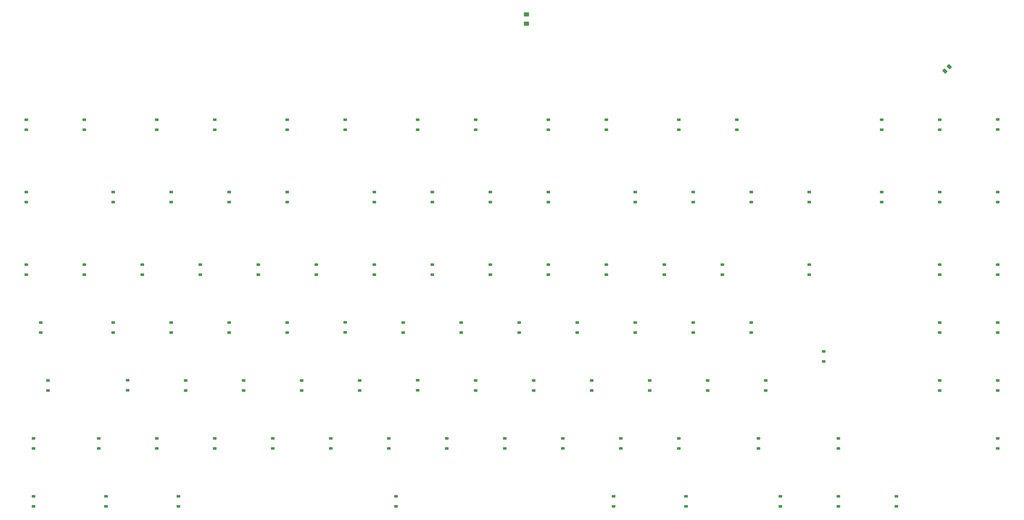
<source format=gbr>
%TF.GenerationSoftware,KiCad,Pcbnew,7.0.8*%
%TF.CreationDate,2023-10-19T20:38:54-05:00*%
%TF.ProjectId,VesselV2,56657373-656c-4563-922e-6b696361645f,rev?*%
%TF.SameCoordinates,Original*%
%TF.FileFunction,Paste,Bot*%
%TF.FilePolarity,Positive*%
%FSLAX46Y46*%
G04 Gerber Fmt 4.6, Leading zero omitted, Abs format (unit mm)*
G04 Created by KiCad (PCBNEW 7.0.8) date 2023-10-19 20:38:54*
%MOMM*%
%LPD*%
G01*
G04 APERTURE LIST*
G04 Aperture macros list*
%AMRoundRect*
0 Rectangle with rounded corners*
0 $1 Rounding radius*
0 $2 $3 $4 $5 $6 $7 $8 $9 X,Y pos of 4 corners*
0 Add a 4 corners polygon primitive as box body*
4,1,4,$2,$3,$4,$5,$6,$7,$8,$9,$2,$3,0*
0 Add four circle primitives for the rounded corners*
1,1,$1+$1,$2,$3*
1,1,$1+$1,$4,$5*
1,1,$1+$1,$6,$7*
1,1,$1+$1,$8,$9*
0 Add four rect primitives between the rounded corners*
20,1,$1+$1,$2,$3,$4,$5,0*
20,1,$1+$1,$4,$5,$6,$7,0*
20,1,$1+$1,$6,$7,$8,$9,0*
20,1,$1+$1,$8,$9,$2,$3,0*%
G04 Aperture macros list end*
%ADD10RoundRect,0.225000X0.375000X-0.225000X0.375000X0.225000X-0.375000X0.225000X-0.375000X-0.225000X0*%
%ADD11RoundRect,0.250001X0.624999X-0.462499X0.624999X0.462499X-0.624999X0.462499X-0.624999X-0.462499X0*%
%ADD12RoundRect,0.250000X-0.097227X0.574524X-0.574524X0.097227X0.097227X-0.574524X0.574524X-0.097227X0*%
G04 APERTURE END LIST*
D10*
%TO.C,D43*%
X317500000Y-135793700D03*
X317500000Y-132493700D03*
%TD*%
%TO.C,D32*%
X107950000Y-135793700D03*
X107950000Y-132493700D03*
%TD*%
%TO.C,D65*%
X141287500Y-173831200D03*
X141287500Y-170531200D03*
%TD*%
%TO.C,D51*%
X174625000Y-154843700D03*
X174625000Y-151543700D03*
%TD*%
%TO.C,D98*%
X300831300Y-211993700D03*
X300831300Y-208693700D03*
%TD*%
%TO.C,D96*%
X157956300Y-211993700D03*
X157956300Y-208693700D03*
%TD*%
%TO.C,D3*%
X150812500Y-88168700D03*
X150812500Y-84868700D03*
%TD*%
%TO.C,D80*%
X131762500Y-192943700D03*
X131762500Y-189643700D03*
%TD*%
%TO.C,D55*%
X250825000Y-154843700D03*
X250825000Y-151543700D03*
%TD*%
%TO.C,D10*%
X298450000Y-88168700D03*
X298450000Y-84868700D03*
%TD*%
%TO.C,D13*%
X388937500Y-88168700D03*
X388937500Y-84868700D03*
%TD*%
%TO.C,D18*%
X155575000Y-111981200D03*
X155575000Y-108681200D03*
%TD*%
%TO.C,D50*%
X155575000Y-154843700D03*
X155575000Y-151543700D03*
%TD*%
%TO.C,D85*%
X227012500Y-192943700D03*
X227012500Y-189643700D03*
%TD*%
%TO.C,D54*%
X231775000Y-154843700D03*
X231775000Y-151543700D03*
%TD*%
%TO.C,D45*%
X365125000Y-135793700D03*
X365125000Y-132493700D03*
%TD*%
%TO.C,D40*%
X260350000Y-135793700D03*
X260350000Y-132493700D03*
%TD*%
%TO.C,D83*%
X188912500Y-192943700D03*
X188912500Y-189643700D03*
%TD*%
%TO.C,D6*%
X212725000Y-88168700D03*
X212725000Y-84868700D03*
%TD*%
%TO.C,D35*%
X165100000Y-135793700D03*
X165100000Y-132493700D03*
%TD*%
%TO.C,D64*%
X115093800Y-173893700D03*
X115093800Y-170593700D03*
%TD*%
%TO.C,D1*%
X107950000Y-88168700D03*
X107950000Y-84868700D03*
%TD*%
%TO.C,D21*%
X222250000Y-111918700D03*
X222250000Y-108618700D03*
%TD*%
%TO.C,D101*%
X374650000Y-211993700D03*
X374650000Y-208693700D03*
%TD*%
%TO.C,D28*%
X365125000Y-111981200D03*
X365125000Y-108681200D03*
%TD*%
%TO.C,D76*%
X350837500Y-173893700D03*
X350837500Y-170593700D03*
%TD*%
%TO.C,D39*%
X241300000Y-135793700D03*
X241300000Y-132493700D03*
%TD*%
%TO.C,D19*%
X174625000Y-111981200D03*
X174625000Y-108681200D03*
%TD*%
%TO.C,D20*%
X193675000Y-111981200D03*
X193675000Y-108681200D03*
%TD*%
%TO.C,D78*%
X427037500Y-173956200D03*
X427037500Y-170656200D03*
%TD*%
%TO.C,D89*%
X303212500Y-192943700D03*
X303212500Y-189643700D03*
%TD*%
%TO.C,D72*%
X274637500Y-173893700D03*
X274637500Y-170593700D03*
%TD*%
D11*
%TO.C,F1*%
X272256300Y-53243700D03*
X272256300Y-50268700D03*
%TD*%
D10*
%TO.C,D26*%
X327025000Y-111981200D03*
X327025000Y-108681200D03*
%TD*%
%TO.C,D53*%
X212725000Y-154781200D03*
X212725000Y-151481200D03*
%TD*%
%TO.C,D70*%
X236537500Y-173831200D03*
X236537500Y-170531200D03*
%TD*%
%TO.C,D47*%
X427037500Y-135793700D03*
X427037500Y-132493700D03*
%TD*%
%TO.C,D63*%
X427037500Y-154843700D03*
X427037500Y-151543700D03*
%TD*%
%TO.C,D49*%
X136525000Y-154843700D03*
X136525000Y-151543700D03*
%TD*%
%TO.C,D2*%
X127000000Y-88168700D03*
X127000000Y-84868700D03*
%TD*%
%TO.C,D15*%
X427037500Y-88106200D03*
X427037500Y-84806200D03*
%TD*%
%TO.C,D36*%
X184150000Y-135793700D03*
X184150000Y-132493700D03*
%TD*%
D12*
%TO.C,C2*%
X411100723Y-67406977D03*
X409633477Y-68874223D03*
%TD*%
D10*
%TO.C,D38*%
X222250000Y-135793700D03*
X222250000Y-132493700D03*
%TD*%
%TO.C,D71*%
X255587500Y-173893700D03*
X255587500Y-170593700D03*
%TD*%
%TO.C,D46*%
X407987500Y-135793700D03*
X407987500Y-132493700D03*
%TD*%
%TO.C,D31*%
X427037500Y-111981200D03*
X427037500Y-108681200D03*
%TD*%
%TO.C,D86*%
X246062500Y-192943700D03*
X246062500Y-189643700D03*
%TD*%
%TO.C,D37*%
X203200000Y-135793700D03*
X203200000Y-132493700D03*
%TD*%
%TO.C,D34*%
X146050000Y-135793700D03*
X146050000Y-132493700D03*
%TD*%
%TO.C,D52*%
X193675000Y-154843700D03*
X193675000Y-151543700D03*
%TD*%
%TO.C,D24*%
X279400000Y-111981200D03*
X279400000Y-108681200D03*
%TD*%
%TO.C,D57*%
X288925000Y-154843700D03*
X288925000Y-151543700D03*
%TD*%
%TO.C,D100*%
X355600000Y-211993700D03*
X355600000Y-208693700D03*
%TD*%
%TO.C,D4*%
X169862500Y-88168700D03*
X169862500Y-84868700D03*
%TD*%
%TO.C,D77*%
X407987500Y-173893700D03*
X407987500Y-170593700D03*
%TD*%
%TO.C,D41*%
X279400000Y-135793700D03*
X279400000Y-132493700D03*
%TD*%
%TO.C,D61*%
X369887500Y-164368700D03*
X369887500Y-161068700D03*
%TD*%
%TO.C,D69*%
X217487500Y-173893700D03*
X217487500Y-170593700D03*
%TD*%
%TO.C,D102*%
X393700000Y-211993700D03*
X393700000Y-208693700D03*
%TD*%
%TO.C,D68*%
X198437500Y-173893700D03*
X198437500Y-170593700D03*
%TD*%
%TO.C,D99*%
X324643800Y-211993700D03*
X324643800Y-208693700D03*
%TD*%
%TO.C,D66*%
X160337500Y-173893700D03*
X160337500Y-170593700D03*
%TD*%
%TO.C,D27*%
X346075000Y-111981200D03*
X346075000Y-108681200D03*
%TD*%
%TO.C,D75*%
X331787500Y-173893700D03*
X331787500Y-170593700D03*
%TD*%
%TO.C,D97*%
X229393800Y-211993700D03*
X229393800Y-208693700D03*
%TD*%
%TO.C,D95*%
X134143800Y-211993700D03*
X134143800Y-208693700D03*
%TD*%
%TO.C,D8*%
X255587500Y-88168700D03*
X255587500Y-84868700D03*
%TD*%
%TO.C,D17*%
X136525000Y-111981200D03*
X136525000Y-108681200D03*
%TD*%
%TO.C,D23*%
X260350000Y-111981200D03*
X260350000Y-108681200D03*
%TD*%
%TO.C,D33*%
X127000000Y-135793700D03*
X127000000Y-132493700D03*
%TD*%
%TO.C,D90*%
X322262500Y-192943700D03*
X322262500Y-189643700D03*
%TD*%
%TO.C,D25*%
X307975000Y-111981200D03*
X307975000Y-108681200D03*
%TD*%
%TO.C,D87*%
X265112500Y-192943700D03*
X265112500Y-189643700D03*
%TD*%
%TO.C,D42*%
X298450000Y-135793700D03*
X298450000Y-132493700D03*
%TD*%
%TO.C,D16*%
X107950000Y-111981200D03*
X107950000Y-108681200D03*
%TD*%
%TO.C,D29*%
X388937500Y-111981200D03*
X388937500Y-108681200D03*
%TD*%
%TO.C,D88*%
X284162500Y-192943700D03*
X284162500Y-189643700D03*
%TD*%
%TO.C,D11*%
X322262500Y-88168700D03*
X322262500Y-84868700D03*
%TD*%
%TO.C,D48*%
X112712500Y-154843700D03*
X112712500Y-151543700D03*
%TD*%
%TO.C,D56*%
X269875000Y-154843700D03*
X269875000Y-151543700D03*
%TD*%
%TO.C,D60*%
X346075000Y-154843700D03*
X346075000Y-151543700D03*
%TD*%
%TO.C,D81*%
X150812500Y-192943700D03*
X150812500Y-189643700D03*
%TD*%
%TO.C,D73*%
X293687500Y-173893700D03*
X293687500Y-170593700D03*
%TD*%
%TO.C,D91*%
X348456300Y-192943700D03*
X348456300Y-189643700D03*
%TD*%
%TO.C,D30*%
X407987500Y-111981200D03*
X407987500Y-108681200D03*
%TD*%
%TO.C,D22*%
X241300000Y-111981200D03*
X241300000Y-108681200D03*
%TD*%
%TO.C,D7*%
X236537500Y-88168700D03*
X236537500Y-84868700D03*
%TD*%
%TO.C,D74*%
X312737500Y-173893700D03*
X312737500Y-170593700D03*
%TD*%
%TO.C,D5*%
X193675000Y-88168700D03*
X193675000Y-84868700D03*
%TD*%
%TO.C,D79*%
X110331300Y-192943700D03*
X110331300Y-189643700D03*
%TD*%
%TO.C,D62*%
X407987500Y-154843700D03*
X407987500Y-151543700D03*
%TD*%
%TO.C,D84*%
X207962500Y-192943700D03*
X207962500Y-189643700D03*
%TD*%
%TO.C,D9*%
X279400000Y-88168700D03*
X279400000Y-84868700D03*
%TD*%
%TO.C,D44*%
X336550000Y-135793700D03*
X336550000Y-132493700D03*
%TD*%
%TO.C,D92*%
X374650000Y-192943700D03*
X374650000Y-189643700D03*
%TD*%
%TO.C,D12*%
X341312500Y-88168700D03*
X341312500Y-84868700D03*
%TD*%
%TO.C,D58*%
X307975000Y-154843700D03*
X307975000Y-151543700D03*
%TD*%
%TO.C,D67*%
X179387500Y-173893700D03*
X179387500Y-170593700D03*
%TD*%
%TO.C,D93*%
X427037500Y-192943700D03*
X427037500Y-189643700D03*
%TD*%
%TO.C,D94*%
X110331300Y-211993700D03*
X110331300Y-208693700D03*
%TD*%
%TO.C,D14*%
X407987500Y-88168700D03*
X407987500Y-84868700D03*
%TD*%
%TO.C,D82*%
X169862500Y-192943700D03*
X169862500Y-189643700D03*
%TD*%
%TO.C,D59*%
X327025000Y-154843700D03*
X327025000Y-151543700D03*
%TD*%
M02*

</source>
